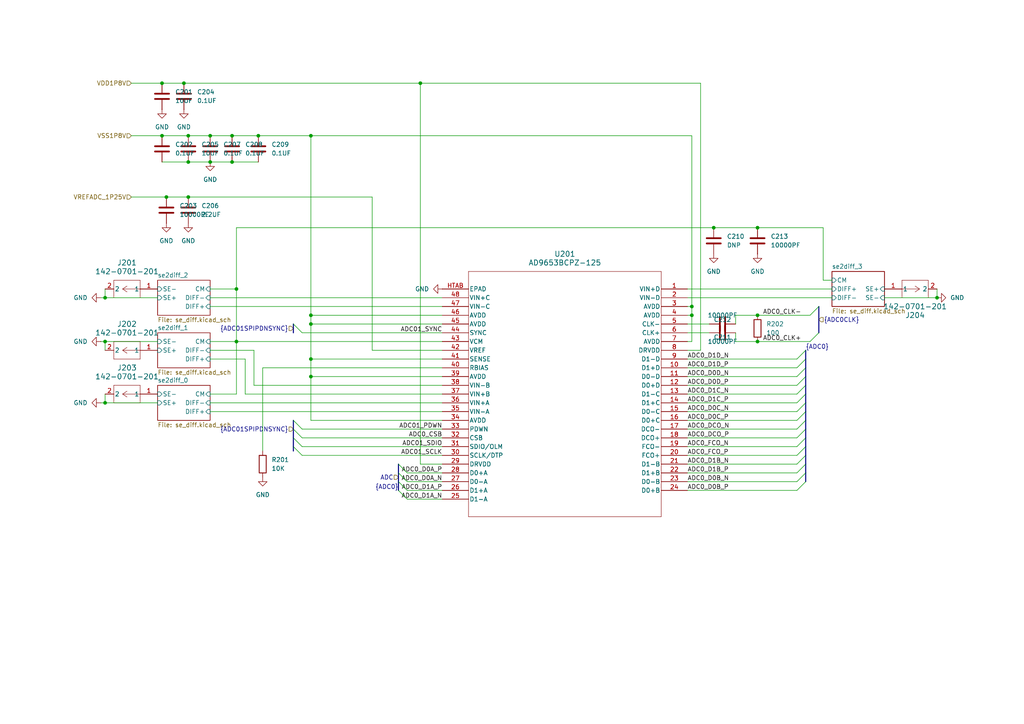
<source format=kicad_sch>
(kicad_sch (version 20231120) (generator "eeschema") (generator_version "8.0")
  (paper "A4")
  (lib_symbols
    (symbol "001_symbol:142-0701-201_GH" (pin_names (offset 0.254))
      (property "Reference" "J" (at 8.89 6.35 0))
      (property "Value" "142-0701-201" (at 0 0 0))
      (symbol "142-0701-201_GH_1_1"
        (polyline (pts (xy 5.08 -2.54) (xy 12.7 -2.54)) (stroke (width 0.127)))
        (polyline (pts (xy 5.08 2.54) (xy 5.08 -2.54)) (stroke (width 0.127)))
        (polyline (pts (xy 10.16 0) (xy 5.08 0)) (stroke (width 0.127)))
        (polyline (pts (xy 10.16 0) (xy 8.89 -0.8467)) (stroke (width 0.127)))
        (polyline (pts (xy 10.16 0) (xy 8.89 0.8467)) (stroke (width 0.127)))
        (polyline (pts (xy 12.7 -2.54) (xy 12.7 2.54)) (stroke (width 0.127)))
        (polyline (pts (xy 12.7 2.54) (xy 5.08 2.54)) (stroke (width 0.127)))
        (pin unspecified line (at 0 0 0) (length 5.08) (name "1") (number "1"))
        (pin input line (at 15.24 0 180) (length 2.54) (name "2") (number "2"))
        (pin input line (at 15.24 0 180) (length 2.54) hide (name "3") (number "3"))
        (pin input line (at 15.24 0 180) (length 2.54) hide (name "4") (number "4"))
        (pin input line (at 15.24 0 180) (length 2.54) hide (name "5") (number "5"))
      )
      (symbol "142-0701-201_GH_1_2"
        (polyline (pts (xy 5.08 -2.54) (xy 12.7 -2.54)) (stroke (width 0.127)))
        (polyline (pts (xy 5.08 2.54) (xy 5.08 -2.54)) (stroke (width 0.127)))
        (polyline (pts (xy 7.62 0) (xy 5.08 0)) (stroke (width 0.127)))
        (polyline (pts (xy 7.62 0) (xy 8.89 -0.8467)) (stroke (width 0.127)))
        (polyline (pts (xy 7.62 0) (xy 8.89 0.8467)) (stroke (width 0.127)))
        (polyline (pts (xy 12.7 -2.54) (xy 12.7 2.54)) (stroke (width 0.127)))
        (polyline (pts (xy 12.7 2.54) (xy 5.08 2.54)) (stroke (width 0.127)))
        (pin unspecified line (at 0 0 0) (length 5.08) (name "1") (number "1"))
      )
    )
    (symbol "001_symbol:AD9653BCPZ-125" (pin_names (offset 0.254))
      (property "Reference" "U" (at 35.56 10.16 0))
      (property "Value" "AD9653BCPZ-125" (at 35.56 7.62 0))
      (symbol "AD9653BCPZ-125_0_1"
        (polyline (pts (xy 7.62 -66.04) (xy 63.5 -66.04)) (stroke (width 0.127)))
        (polyline (pts (xy 7.62 5.08) (xy 7.62 -66.04)) (stroke (width 0.127)))
        (polyline (pts (xy 63.5 -66.04) (xy 63.5 5.08)) (stroke (width 0.127)))
        (polyline (pts (xy 63.5 5.08) (xy 7.62 5.08)) (stroke (width 0.127)))
        (pin input line (at 0 0 0) (length 7.62) (name "VIN+D") (number "1"))
        (pin output line (at 0 -22.86 0) (length 7.62) (name "D1+D") (number "10"))
        (pin output line (at 0 -25.4 0) (length 7.62) (name "D0-D") (number "11"))
        (pin output line (at 0 -27.94 0) (length 7.62) (name "D0+D") (number "12"))
        (pin output line (at 0 -30.48 0) (length 7.62) (name "D1-C") (number "13"))
        (pin output line (at 0 -33.02 0) (length 7.62) (name "D1+C") (number "14"))
        (pin output line (at 0 -35.56 0) (length 7.62) (name "D0-C") (number "15"))
        (pin output line (at 0 -38.1 0) (length 7.62) (name "D0+C") (number "16"))
        (pin output line (at 0 -40.64 0) (length 7.62) (name "DCO-") (number "17"))
        (pin output line (at 0 -43.18 0) (length 7.62) (name "DCO+") (number "18"))
        (pin output line (at 0 -45.72 0) (length 7.62) (name "FCO-") (number "19"))
        (pin input line (at 0 -2.54 0) (length 7.62) (name "VIN-D") (number "2"))
        (pin output line (at 0 -48.26 0) (length 7.62) (name "FCO+") (number "20"))
        (pin output line (at 0 -50.8 0) (length 7.62) (name "D1-B") (number "21"))
        (pin output line (at 0 -53.34 0) (length 7.62) (name "D1+B") (number "22"))
        (pin output line (at 0 -55.88 0) (length 7.62) (name "D0-B") (number "23"))
        (pin output line (at 0 -58.42 0) (length 7.62) (name "D0+B") (number "24"))
        (pin output line (at 71.12 -60.96 180) (length 7.62) (name "D1-A") (number "25"))
        (pin output line (at 71.12 -58.42 180) (length 7.62) (name "D1+A") (number "26"))
        (pin output line (at 71.12 -55.88 180) (length 7.62) (name "D0-A") (number "27"))
        (pin output line (at 71.12 -53.34 180) (length 7.62) (name "D0+A") (number "28"))
        (pin power_in line (at 71.12 -50.8 180) (length 7.62) (name "DRVDD") (number "29"))
        (pin power_in line (at 0 -5.08 0) (length 7.62) (name "AVDD") (number "3"))
        (pin bidirectional line (at 71.12 -48.26 180) (length 7.62) (name "SCLK/DTP") (number "30"))
        (pin bidirectional line (at 71.12 -45.72 180) (length 7.62) (name "SDIO/OLM") (number "31"))
        (pin unspecified line (at 71.12 -43.18 180) (length 7.62) (name "CSB") (number "32"))
        (pin input line (at 71.12 -40.64 180) (length 7.62) (name "PDWN") (number "33"))
        (pin power_in line (at 71.12 -38.1 180) (length 7.62) (name "AVDD") (number "34"))
        (pin input line (at 71.12 -35.56 180) (length 7.62) (name "VIN-A") (number "35"))
        (pin input line (at 71.12 -33.02 180) (length 7.62) (name "VIN+A") (number "36"))
        (pin input line (at 71.12 -30.48 180) (length 7.62) (name "VIN+B") (number "37"))
        (pin input line (at 71.12 -27.94 180) (length 7.62) (name "VIN-B") (number "38"))
        (pin power_in line (at 71.12 -25.4 180) (length 7.62) (name "AVDD") (number "39"))
        (pin power_in line (at 0 -7.62 0) (length 7.62) (name "AVDD") (number "4"))
        (pin unspecified line (at 71.12 -22.86 180) (length 7.62) (name "RBIAS") (number "40"))
        (pin unspecified line (at 71.12 -20.32 180) (length 7.62) (name "SENSE") (number "41"))
        (pin bidirectional line (at 71.12 -17.78 180) (length 7.62) (name "VREF") (number "42"))
        (pin input line (at 71.12 -15.24 180) (length 7.62) (name "VCM") (number "43"))
        (pin input line (at 71.12 -12.7 180) (length 7.62) (name "SYNC") (number "44"))
        (pin power_in line (at 71.12 -10.16 180) (length 7.62) (name "AVDD") (number "45"))
        (pin power_in line (at 71.12 -7.62 180) (length 7.62) (name "AVDD") (number "46"))
        (pin input line (at 71.12 -5.08 180) (length 7.62) (name "VIN-C") (number "47"))
        (pin input line (at 71.12 -2.54 180) (length 7.62) (name "VIN+C") (number "48"))
        (pin input line (at 0 -10.16 0) (length 7.62) (name "CLK-") (number "5"))
        (pin input line (at 0 -12.7 0) (length 7.62) (name "CLK+") (number "6"))
        (pin power_in line (at 0 -15.24 0) (length 7.62) (name "AVDD") (number "7"))
        (pin power_in line (at 0 -17.78 0) (length 7.62) (name "DRVDD") (number "8"))
        (pin output line (at 0 -20.32 0) (length 7.62) (name "D1-D") (number "9"))
        (pin unspecified line (at 71.12 0 180) (length 7.62) (name "EPAD") (number "HTAB"))
      )
    )
    (symbol "Device:C" (pin_numbers hide) (pin_names (offset 0.254))
      (property "Reference" "C" (at 0.635 2.54 0))
      (property "Value" "C" (at 0.635 -2.54 0))
      (symbol "C_0_1"
        (polyline (pts (xy -2.032 -0.762) (xy 2.032 -0.762)) (stroke (width 0.508)))
        (polyline (pts (xy -2.032 0.762) (xy 2.032 0.762)) (stroke (width 0.508)))
      )
      (symbol "C_1_1"
        (pin passive line (at 0 3.81 270) (length 2.794) (name "~") (number "1"))
        (pin passive line (at 0 -3.81 90) (length 2.794) (name "~") (number "2"))
      )
    )
    (symbol "Device:R" (pin_numbers hide) (pin_names (offset 0))
      (property "Reference" "R" (at 2.032 0 90))
      (property "Value" "R" (at 0 0 90))
      (symbol "R_0_1"
        (rectangle (start -1.016 -2.54) (end 1.016 2.54) (stroke (width 0.254)))
      )
      (symbol "R_1_1"
        (pin passive line (at 0 3.81 270) (length 1.27) (name "~") (number "1"))
        (pin passive line (at 0 -3.81 90) (length 1.27) (name "~") (number "2"))
      )
    )
    (symbol "power:GND" (power) (pin_numbers hide) (pin_names (offset 0) hide)
      (property "Value" "GND" (at 0 -3.81 0))
      (symbol "GND_0_1"
        (polyline (pts (xy 0 0) (xy 0 -1.27) (xy 1.27 -1.27) (xy 0 -2.54) (xy -1.27 -1.27) (xy 0 -1.27)))
      )
      (symbol "GND_1_1"
        (pin power_in line (at 0 0 270) (length 0) (name "~") (number "1"))
      )
    )
  )
  (junction (at 60.96 39.37))
  (junction (at 90.17 93.98))
  (junction (at 54.61 57.15))
  (junction (at 200.66 91.44))
  (junction (at 60.96 46.99))
  (junction (at 90.17 91.44))
  (junction (at 219.71 66.04))
  (junction (at 207.01 66.04))
  (junction (at 67.31 39.37))
  (junction (at 219.71 91.44))
  (junction (at 74.93 39.37))
  (junction (at 121.92 24.13))
  (junction (at 54.61 46.99))
  (junction (at 68.58 83.82))
  (junction (at 68.58 99.06))
  (junction (at 30.48 116.84))
  (junction (at 90.17 104.14))
  (junction (at 54.61 39.37))
  (junction (at 48.26 57.15))
  (junction (at 46.99 24.13))
  (junction (at 30.48 86.36))
  (junction (at 200.66 88.9))
  (junction (at 219.71 99.06))
  (junction (at 271.78 86.36))
  (junction (at 67.31 46.99))
  (junction (at 46.99 39.37))
  (junction (at 30.48 99.06))
  (junction (at 90.17 39.37))
  (junction (at 53.34 24.13))
  (junction (at 90.17 109.22))
  (bus_entry (at 115.57 139.7) (size 2.54 2.54))
  (bus_entry (at 237.49 96.52) (size -2.54 2.54))
  (bus_entry (at 85.09 124.46) (size 2.54 2.54))
  (bus_entry (at 233.68 137.16) (size -2.54 2.54))
  (bus_entry (at 237.49 88.9) (size -2.54 2.54))
  (bus_entry (at 233.68 132.08) (size -2.54 2.54))
  (bus_entry (at 85.09 127) (size 2.54 2.54))
  (bus_entry (at 233.68 116.84) (size -2.54 2.54))
  (bus_entry (at 85.09 121.92) (size 2.54 2.54))
  (bus_entry (at 233.68 127) (size -2.54 2.54))
  (bus_entry (at 233.68 111.76) (size -2.54 2.54))
  (bus_entry (at 233.68 106.68) (size -2.54 2.54))
  (bus_entry (at 233.68 101.6) (size -2.54 2.54))
  (bus_entry (at 233.68 104.14) (size -2.54 2.54))
  (bus_entry (at 233.68 129.54) (size -2.54 2.54))
  (bus_entry (at 233.68 119.38) (size -2.54 2.54))
  (bus_entry (at 233.68 109.22) (size -2.54 2.54))
  (bus_entry (at 233.68 134.62) (size -2.54 2.54))
  (bus_entry (at 85.09 129.54) (size 2.54 2.54))
  (bus_entry (at 233.68 139.7) (size -2.54 2.54))
  (bus_entry (at 115.57 137.16) (size 2.54 2.54))
  (bus_entry (at 233.68 124.46) (size -2.54 2.54))
  (bus_entry (at 233.68 121.92) (size -2.54 2.54))
  (bus_entry (at 115.57 134.62) (size 2.54 2.54))
  (bus_entry (at 85.09 93.98) (size 2.54 2.54))
  (bus_entry (at 233.68 114.3) (size -2.54 2.54))
  (bus_entry (at 115.57 142.24) (size 2.54 2.54))
  (bus (pts (xy 115.57 139.7) (xy 115.57 142.24)))
  (bus (pts (xy 233.68 114.3) (xy 233.68 116.84)))
  (wire (pts (xy 30.48 116.84) (xy 45.72 116.84)))
  (wire (pts (xy 199.39 93.98) (xy 205.74 93.98)))
  (wire (pts (xy 38.1 57.15) (xy 48.26 57.15)))
  (bus (pts (xy 233.68 116.84) (xy 233.68 119.38)))
  (wire (pts (xy 200.66 91.44) (xy 200.66 88.9)))
  (bus (pts (xy 233.68 134.62) (xy 233.68 137.16)))
  (wire (pts (xy 60.96 86.36) (xy 128.27 86.36)))
  (wire (pts (xy 30.48 114.3) (xy 30.48 116.84)))
  (wire (pts (xy 199.39 104.14) (xy 231.14 104.14)))
  (bus (pts (xy 233.68 124.46) (xy 233.68 127)))
  (wire (pts (xy 199.39 91.44) (xy 200.66 91.44)))
  (wire (pts (xy 199.39 139.7) (xy 231.14 139.7)))
  (wire (pts (xy 68.58 99.06) (xy 68.58 114.3)))
  (bus (pts (xy 233.68 137.16) (xy 233.68 139.7)))
  (wire (pts (xy 199.39 111.76) (xy 231.14 111.76)))
  (wire (pts (xy 60.96 99.06) (xy 68.58 99.06)))
  (wire (pts (xy 90.17 121.92) (xy 128.27 121.92)))
  (wire (pts (xy 87.63 96.52) (xy 128.27 96.52)))
  (wire (pts (xy 199.39 106.68) (xy 231.14 106.68)))
  (wire (pts (xy 213.36 93.98) (xy 213.36 91.44)))
  (wire (pts (xy 46.99 39.37) (xy 54.61 39.37)))
  (wire (pts (xy 203.2 101.6) (xy 203.2 24.13)))
  (wire (pts (xy 213.36 91.44) (xy 219.71 91.44)))
  (wire (pts (xy 68.58 99.06) (xy 128.27 99.06)))
  (wire (pts (xy 60.96 39.37) (xy 67.31 39.37)))
  (wire (pts (xy 200.66 99.06) (xy 200.66 91.44)))
  (wire (pts (xy 107.95 57.15) (xy 107.95 101.6)))
  (wire (pts (xy 90.17 91.44) (xy 128.27 91.44)))
  (wire (pts (xy 121.92 24.13) (xy 121.92 134.62)))
  (wire (pts (xy 199.39 83.82) (xy 241.3 83.82)))
  (wire (pts (xy 199.39 121.92) (xy 231.14 121.92)))
  (wire (pts (xy 54.61 39.37) (xy 60.96 39.37)))
  (wire (pts (xy 219.71 91.44) (xy 234.95 91.44)))
  (wire (pts (xy 54.61 46.99) (xy 60.96 46.99)))
  (wire (pts (xy 29.21 99.06) (xy 30.48 99.06)))
  (wire (pts (xy 199.39 127) (xy 231.14 127)))
  (bus (pts (xy 85.09 121.92) (xy 85.09 124.46)))
  (wire (pts (xy 90.17 39.37) (xy 90.17 91.44)))
  (bus (pts (xy 233.68 101.6) (xy 233.68 104.14)))
  (wire (pts (xy 30.48 86.36) (xy 45.72 86.36)))
  (wire (pts (xy 73.66 111.76) (xy 128.27 111.76)))
  (wire (pts (xy 90.17 104.14) (xy 128.27 104.14)))
  (wire (pts (xy 118.11 137.16) (xy 128.27 137.16)))
  (bus (pts (xy 233.68 132.08) (xy 233.68 134.62)))
  (wire (pts (xy 121.92 24.13) (xy 203.2 24.13)))
  (wire (pts (xy 199.39 88.9) (xy 200.66 88.9)))
  (wire (pts (xy 46.99 46.99) (xy 54.61 46.99)))
  (wire (pts (xy 207.01 66.04) (xy 219.71 66.04)))
  (wire (pts (xy 71.12 104.14) (xy 71.12 114.3)))
  (wire (pts (xy 68.58 66.04) (xy 207.01 66.04)))
  (wire (pts (xy 60.96 83.82) (xy 68.58 83.82)))
  (wire (pts (xy 71.12 114.3) (xy 128.27 114.3)))
  (wire (pts (xy 118.11 139.7) (xy 128.27 139.7)))
  (wire (pts (xy 90.17 91.44) (xy 90.17 93.98)))
  (wire (pts (xy 238.76 66.04) (xy 219.71 66.04)))
  (bus (pts (xy 233.68 121.92) (xy 233.68 124.46)))
  (bus (pts (xy 85.09 93.98) (xy 85.09 96.52)))
  (wire (pts (xy 199.39 137.16) (xy 231.14 137.16)))
  (wire (pts (xy 90.17 104.14) (xy 90.17 109.22)))
  (wire (pts (xy 238.76 81.28) (xy 241.3 81.28)))
  (wire (pts (xy 90.17 109.22) (xy 90.17 121.92)))
  (bus (pts (xy 233.68 109.22) (xy 233.68 111.76)))
  (wire (pts (xy 30.48 99.06) (xy 45.72 99.06)))
  (bus (pts (xy 85.09 127) (xy 85.09 129.54)))
  (wire (pts (xy 68.58 83.82) (xy 68.58 99.06)))
  (wire (pts (xy 199.39 114.3) (xy 231.14 114.3)))
  (wire (pts (xy 199.39 96.52) (xy 205.74 96.52)))
  (wire (pts (xy 29.21 86.36) (xy 30.48 86.36)))
  (wire (pts (xy 46.99 24.13) (xy 53.34 24.13)))
  (wire (pts (xy 199.39 86.36) (xy 241.3 86.36)))
  (wire (pts (xy 199.39 101.6) (xy 203.2 101.6)))
  (wire (pts (xy 87.63 127) (xy 128.27 127)))
  (wire (pts (xy 68.58 66.04) (xy 68.58 83.82)))
  (wire (pts (xy 199.39 116.84) (xy 231.14 116.84)))
  (wire (pts (xy 60.96 104.14) (xy 71.12 104.14)))
  (bus (pts (xy 233.68 119.38) (xy 233.68 121.92)))
  (wire (pts (xy 256.54 86.36) (xy 271.78 86.36)))
  (wire (pts (xy 30.48 99.06) (xy 30.48 101.6)))
  (wire (pts (xy 271.78 83.82) (xy 271.78 86.36)))
  (bus (pts (xy 233.68 129.54) (xy 233.68 132.08)))
  (wire (pts (xy 60.96 88.9) (xy 128.27 88.9)))
  (wire (pts (xy 67.31 39.37) (xy 74.93 39.37)))
  (bus (pts (xy 237.49 88.9) (xy 237.49 96.52)))
  (bus (pts (xy 233.68 104.14) (xy 233.68 106.68)))
  (wire (pts (xy 53.34 24.13) (xy 121.92 24.13)))
  (wire (pts (xy 199.39 99.06) (xy 200.66 99.06)))
  (wire (pts (xy 60.96 116.84) (xy 128.27 116.84)))
  (bus (pts (xy 115.57 134.62) (xy 115.57 137.16)))
  (bus (pts (xy 115.57 137.16) (xy 115.57 139.7)))
  (wire (pts (xy 200.66 39.37) (xy 90.17 39.37)))
  (wire (pts (xy 199.39 109.22) (xy 231.14 109.22)))
  (wire (pts (xy 238.76 66.04) (xy 238.76 81.28)))
  (wire (pts (xy 87.63 124.46) (xy 128.27 124.46)))
  (wire (pts (xy 76.2 106.68) (xy 76.2 130.81)))
  (wire (pts (xy 219.71 99.06) (xy 234.95 99.06)))
  (wire (pts (xy 60.96 114.3) (xy 68.58 114.3)))
  (wire (pts (xy 60.96 46.99) (xy 67.31 46.99)))
  (wire (pts (xy 87.63 129.54) (xy 128.27 129.54)))
  (wire (pts (xy 199.39 142.24) (xy 231.14 142.24)))
  (wire (pts (xy 90.17 93.98) (xy 128.27 93.98)))
  (wire (pts (xy 74.93 39.37) (xy 90.17 39.37)))
  (wire (pts (xy 67.31 46.99) (xy 74.93 46.99)))
  (wire (pts (xy 90.17 93.98) (xy 90.17 104.14)))
  (bus (pts (xy 233.68 127) (xy 233.68 129.54)))
  (wire (pts (xy 60.96 119.38) (xy 128.27 119.38)))
  (wire (pts (xy 60.96 101.6) (xy 73.66 101.6)))
  (wire (pts (xy 199.39 124.46) (xy 231.14 124.46)))
  (wire (pts (xy 107.95 101.6) (xy 128.27 101.6)))
  (wire (pts (xy 90.17 109.22) (xy 128.27 109.22)))
  (wire (pts (xy 199.39 129.54) (xy 231.14 129.54)))
  (wire (pts (xy 213.36 96.52) (xy 213.36 99.06)))
  (wire (pts (xy 118.11 142.24) (xy 128.27 142.24)))
  (wire (pts (xy 38.1 39.37) (xy 46.99 39.37)))
  (wire (pts (xy 200.66 88.9) (xy 200.66 39.37)))
  (wire (pts (xy 121.92 134.62) (xy 128.27 134.62)))
  (wire (pts (xy 199.39 119.38) (xy 231.14 119.38)))
  (wire (pts (xy 199.39 134.62) (xy 231.14 134.62)))
  (bus (pts (xy 85.09 129.54) (xy 85.09 130.81)))
  (bus (pts (xy 233.68 106.68) (xy 233.68 109.22)))
  (wire (pts (xy 48.26 57.15) (xy 54.61 57.15)))
  (wire (pts (xy 30.48 83.82) (xy 30.48 86.36)))
  (wire (pts (xy 118.11 144.78) (xy 128.27 144.78)))
  (wire (pts (xy 54.61 57.15) (xy 107.95 57.15)))
  (wire (pts (xy 199.39 132.08) (xy 231.14 132.08)))
  (bus (pts (xy 85.09 124.46) (xy 85.09 127)))
  (wire (pts (xy 73.66 101.6) (xy 73.66 111.76)))
  (wire (pts (xy 128.27 106.68) (xy 76.2 106.68)))
  (wire (pts (xy 213.36 99.06) (xy 219.71 99.06)))
  (wire (pts (xy 87.63 132.08) (xy 128.27 132.08)))
  (wire (pts (xy 29.21 116.84) (xy 30.48 116.84)))
  (wire (pts (xy 38.1 24.13) (xy 46.99 24.13)))
  (bus (pts (xy 233.68 111.76) (xy 233.68 114.3)))
  (label "ADC0_D1D_N" (at 199.39 104.14 0))
  (label "ADC0_CSB" (at 128.27 127 180))
  (label "ADC0_CLK+" (at 232.41 99.06 180))
  (label "ADC0_FCO_N" (at 199.39 129.54 0))
  (label "ADC0_D0B_P" (at 199.39 142.24 0))
  (label "ADC0_DCO_P" (at 199.39 127 0))
  (label "ADC0_D1B_N" (at 199.39 134.62 0))
  (label "ADC0_D0C_P" (at 199.39 121.92 0))
  (label "ADC01_SDIO" (at 128.27 129.54 180))
  (label "ADC0_D1D_P" (at 199.39 106.68 0))
  (label "{ADC0}" (at 115.57 142.24 180))
  (label "ADC0_D0C_N" (at 199.39 119.38 0))
  (label "{ADC0}" (at 233.68 101.6 0))
  (label "ADC0_D1C_P" (at 199.39 116.84 0))
  (label "ADC01_PDWN" (at 128.27 124.46 180))
  (label "ADC0_D0B_N" (at 199.39 139.7 0))
  (label "ADC0_CLK-" (at 232.41 91.44 180))
  (label "ADC0_D0A_N" (at 128.27 139.7 180))
  (label "ADC0_FCO_P" (at 199.39 132.08 0))
  (label "ADC01_SYNC" (at 128.27 96.52 180))
  (label "ADC0_D1C_N" (at 199.39 114.3 0))
  (label "ADC0_D0D_P" (at 199.39 111.76 0))
  (label "ADC01_SCLK" (at 128.27 132.08 180))
  (label "ADC0_DCO_N" (at 199.39 124.46 0))
  (label "ADC0_D1A_N" (at 128.27 144.78 180))
  (label "ADC0_D1A_P" (at 128.27 142.24 180))
  (label "ADC0_D0D_N" (at 199.39 109.22 0))
  (label "ADC0_D1B_P" (at 199.39 137.16 0))
  (label "ADC0_D0A_P" (at 128.27 137.16 180))
  (hierarchical_label "VSS1P8V" (shape input) (at 38.1 39.37 180))
  (hierarchical_label "{ADC01SPIPDNSYNC}" (shape input) (at 85.09 95.25 180))
  (hierarchical_label "{ADC0CLK}" (shape input) (at 237.49 92.71 0))
  (hierarchical_label "VREFADC_1P25V" (shape input) (at 38.1 57.15 180))
  (hierarchical_label "{ADC01SPIPDNSYNC}" (shape input) (at 85.09 124.46 180))
  (hierarchical_label "VDD1P8V" (shape input) (at 38.1 24.13 180))
  (hierarchical_label "ADC" (shape input) (at 115.57 138.43 180))
  (symbol (lib_id "power:GND") (at 46.99 31.75 0) (unit 1)
    (property "Reference" "#PWR0204" (effects (hide yes)))
    (property "Value" "GND" (at 46.99 36.83 0))
    (property "Description" "Power symbol creates a global label with name \"GND\" , ground" (effects (hide yes)))
  )
  (symbol (lib_id "power:GND") (at 48.26 64.77 0) (unit 1)
    (property "Reference" "#PWR0205" (effects (hide yes)))
    (property "Value" "GND" (at 48.26 69.85 0))
    (property "Description" "Power symbol creates a global label with name \"GND\" , ground" (effects (hide yes)))
  )
  (symbol (lib_id "power:GND") (at 128.27 83.82 270) (unit 1)
    (property "Reference" "#PWR0210" (effects (hide yes)))
    (property "Value" "GND" (at 124.46 83.8199 90) (effects (justify right)))
    (property "Description" "Power symbol creates a global label with name \"GND\" , ground" (effects (hide yes)))
  )
  (symbol (lib_id "power:GND") (at 60.96 46.99 0) (unit 1)
    (property "Reference" "#PWR0208" (effects (hide yes)))
    (property "Value" "GND" (at 60.96 52.07 0))
    (property "Description" "Power symbol creates a global label with name \"GND\" , ground" (effects (hide yes)))
  )
  (symbol (lib_id "Device:C") (at 209.55 93.98 270) (unit 1)
    (property "Reference" "C211" (at 209.55 97.79 90))
    (property "Value" "10000PF" (at 209.55 99.06 90))
    (property "Footprint" "Capacitor_SMD:C_0603_1608Metric" (effects (hide yes)))
    (property "Description" "Unpolarized capacitor" (effects (hide yes)))
    (property "Vendor" "digikey:445-2664-1-ND" (effects (hide yes)))
  )
  (symbol (lib_id "001_symbol:142-0701-201_GH") (at 256.54 83.82 0) (unit 1)
    (property "Reference" "J204" (at 265.43 91.44 0) (effects (font (size 1.524 1.524))))
    (property "Value" "142-0701-201" (at 265.43 88.9 0) (effects (font (size 1.524 1.524))))
    (property "Footprint" "CONN_142-0701-201_CIN" (effects (hide yes)))
    (property "Datasheet" "142-0701-201" (effects (hide yes)))
    (property "Vendor" "digikey:J500-ND" (effects (hide yes)))
  )
  (symbol (lib_id "power:GND") (at 29.21 99.06 270) (mirror x) (unit 1)
    (property "Reference" "#PWR0202" (effects (hide yes)))
    (property "Value" "GND" (at 25.4 99.0601 90) (effects (justify right)))
    (property "Description" "Power symbol creates a global label with name \"GND\" , ground" (effects (hide yes)))
  )
  (symbol (lib_id "power:GND") (at 76.2 138.43 0) (unit 1)
    (property "Reference" "#PWR0209" (effects (hide yes)))
    (property "Value" "GND" (at 76.2 143.51 0))
    (property "Description" "Power symbol creates a global label with name \"GND\" , ground" (effects (hide yes)))
  )
  (symbol (lib_id "Device:C") (at 219.71 69.85 0) (unit 1)
    (property "Reference" "C213" (at 223.52 68.5799 0) (effects (justify left)))
    (property "Value" "10000PF" (at 223.52 71.1199 0) (effects (justify left)))
    (property "Footprint" "Capacitor_SMD:C_0603_1608Metric" (effects (hide yes)))
    (property "Description" "Unpolarized capacitor" (effects (hide yes)))
    (property "Vendor" "digikey:445-2664-1-ND" (effects (hide yes)))
  )
  (symbol (lib_id "Device:R") (at 76.2 134.62 0) (unit 1)
    (property "Reference" "R201" (at 78.74 133.3499 0) (effects (justify left)))
    (property "Value" "10K" (at 78.74 135.8899 0) (effects (justify left)))
    (property "Footprint" "Resistor_SMD:R_0603_1608Metric" (effects (hide yes)))
    (property "Description" "Resistor" (effects (hide yes)))
    (property "Vendor" "digikey:MCT0603-10K-MDCT-ND" (effects (hide yes)))
  )
  (symbol (lib_id "power:GND") (at 271.78 86.36 90) (mirror x) (unit 1)
    (property "Reference" "#PWR0213" (effects (hide yes)))
    (property "Value" "GND" (at 275.59 86.3601 90) (effects (justify right)))
    (property "Description" "Power symbol creates a global label with name \"GND\" , ground" (effects (hide yes)))
  )
  (symbol (lib_id "Device:C") (at 54.61 43.18 0) (unit 1)
    (property "Reference" "C205" (at 58.42 41.9099 0) (effects (justify left)))
    (property "Value" "10UF" (at 58.42 44.4499 0) (effects (justify left)))
    (property "Footprint" "Capacitor_SMD:C_0603_1608Metric" (effects (hide yes)))
    (property "Description" "Unpolarized capacitor" (effects (hide yes)))
    (property "Vendor" "digikey:445-6853-1-ND" (effects (hide yes)))
  )
  (symbol (lib_id "power:GND") (at 219.71 73.66 0) (unit 1)
    (property "Reference" "#PWR0212" (effects (hide yes)))
    (property "Value" "GND" (at 219.71 78.74 0))
    (property "Description" "Power symbol creates a global label with name \"GND\" , ground" (effects (hide yes)))
  )
  (symbol (lib_id "Device:C") (at 54.61 60.96 0) (unit 1)
    (property "Reference" "C206" (at 58.42 59.6899 0) (effects (justify left)))
    (property "Value" "2.2UF" (at 58.42 62.2299 0) (effects (justify left)))
    (property "Footprint" "Capacitor_SMD:C_0603_1608Metric" (effects (hide yes)))
    (property "Description" "Tant_poly" (effects (hide yes)))
    (property "Vendor" "digikey:478-8725-1-ND" (effects (hide yes)))
  )
  (symbol (lib_id "001_symbol:142-0701-201_GH") (at 45.72 114.3 0) (mirror y) (unit 1)
    (property "Reference" "J203" (at 36.83 106.68 0) (effects (font (size 1.524 1.524))))
    (property "Value" "142-0701-201" (at 36.83 109.22 0) (effects (font (size 1.524 1.524))))
    (property "Footprint" "CONN_142-0701-201_CIN" (effects (hide yes)))
    (property "Datasheet" "142-0701-201" (effects (hide yes)))
    (property "Vendor" "digikey:J500-ND" (effects (hide yes)))
  )
  (symbol (lib_id "Device:C") (at 60.96 43.18 0) (unit 1)
    (property "Reference" "C207" (at 64.77 41.9099 0) (effects (justify left)))
    (property "Value" "0.1UF" (at 64.77 44.4499 0) (effects (justify left)))
    (property "Footprint" "Capacitor_SMD:C_0402_1005Metric" (effects (hide yes)))
    (property "Description" "Unpolarized capacitor" (effects (hide yes)))
    (property "Vendor" "digikey:490-1318-1-ND" (effects (hide yes)))
  )
  (symbol (lib_id "Device:C") (at 74.93 43.18 0) (unit 1)
    (property "Reference" "C209" (at 78.74 41.9099 0) (effects (justify left)))
    (property "Value" "0.1UF" (at 78.74 44.4499 0) (effects (justify left)))
    (property "Footprint" "Capacitor_SMD:C_0402_1005Metric" (effects (hide yes)))
    (property "Description" "Unpolarized capacitor" (effects (hide yes)))
    (property "Vendor" "digikey:490-1318-1-ND" (effects (hide yes)))
  )
  (symbol (lib_id "power:GND") (at 207.01 73.66 0) (unit 1)
    (property "Reference" "#PWR0211" (effects (hide yes)))
    (property "Value" "GND" (at 207.01 78.74 0))
    (property "Description" "Power symbol creates a global label with name \"GND\" , ground" (effects (hide yes)))
  )
  (symbol (lib_id "001_symbol:142-0701-201_GH") (at 45.72 101.6 0) (mirror y) (unit 1)
    (property "Reference" "J202" (at 36.83 93.98 0) (effects (font (size 1.524 1.524))))
    (property "Value" "142-0701-201" (at 36.83 96.52 0) (effects (font (size 1.524 1.524))))
    (property "Footprint" "CONN_142-0701-201_CIN" (effects (hide yes)))
    (property "Datasheet" "142-0701-201" (effects (hide yes)))
    (property "Vendor" "digikey:J500-ND" (effects (hide yes)))
  )
  (symbol (lib_id "Device:C") (at 48.26 60.96 0) (unit 1)
    (property "Reference" "C203" (at 52.07 59.6899 0) (effects (justify left)))
    (property "Value" "10000PF" (at 52.07 62.2299 0) (effects (justify left)))
    (property "Footprint" "Capacitor_SMD:C_0603_1608Metric" (effects (hide yes)))
    (property "Description" "Unpolarized capacitor" (effects (hide yes)))
    (property "Vendor" "digikey:445-2664-1-ND" (effects (hide yes)))
  )
  (symbol (lib_id "001_symbol:142-0701-201_GH") (at 45.72 83.82 0) (mirror y) (unit 1)
    (property "Reference" "J201" (at 36.83 76.2 0) (effects (font (size 1.524 1.524))))
    (property "Value" "142-0701-201" (at 36.83 78.74 0) (effects (font (size 1.524 1.524))))
    (property "Footprint" "CONN_142-0701-201_CIN" (effects (hide yes)))
    (property "Datasheet" "142-0701-201" (effects (hide yes)))
    (property "Vendor" "digikey:J500-ND" (effects (hide yes)))
  )
  (symbol (lib_id "Device:C") (at 46.99 27.94 0) (unit 1)
    (property "Reference" "C201" (at 50.8 26.6699 0) (effects (justify left)))
    (property "Value" "10UF" (at 50.8 29.2099 0) (effects (justify left)))
    (property "Footprint" "Capacitor_SMD:C_0603_1608Metric" (effects (hide yes)))
    (property "Description" "Unpolarized capacitor" (effects (hide yes)))
    (property "Vendor" "digikey:445-6853-1-ND" (effects (hide yes)))
  )
  (symbol (lib_id "Device:C") (at 207.01 69.85 0) (unit 1)
    (property "Reference" "C210" (at 210.82 68.5799 0) (effects (justify left)))
    (property "Value" "DNP" (at 210.82 71.1199 0) (effects (justify left)))
    (property "Footprint" "Capacitor_SMD:C_0603_1608Metric" (effects (hide yes)))
    (property "Description" "Unpolarized capacitor" (effects (hide yes)))
  )
  (symbol (lib_id "power:GND") (at 29.21 116.84 270) (mirror x) (unit 1)
    (property "Reference" "#PWR0203" (effects (hide yes)))
    (property "Value" "GND" (at 25.4 116.8401 90) (effects (justify right)))
    (property "Description" "Power symbol creates a global label with name \"GND\" , ground" (effects (hide yes)))
  )
  (symbol (lib_id "Device:C") (at 67.31 43.18 0) (unit 1)
    (property "Reference" "C208" (at 71.12 41.9099 0) (effects (justify left)))
    (property "Value" "0.1UF" (at 71.12 44.4499 0) (effects (justify left)))
    (property "Footprint" "Capacitor_SMD:C_0402_1005Metric" (effects (hide yes)))
    (property "Description" "Unpolarized capacitor" (effects (hide yes)))
    (property "Vendor" "digikey:490-1318-1-ND" (effects (hide yes)))
  )
  (symbol (lib_id "power:GND") (at 29.21 86.36 270) (mirror x) (unit 1)
    (property "Reference" "#PWR0201" (effects (hide yes)))
    (property "Value" "GND" (at 25.4 86.3601 90) (effects (justify right)))
    (property "Description" "Power symbol creates a global label with name \"GND\" , ground" (effects (hide yes)))
  )
  (symbol (lib_id "Device:C") (at 53.34 27.94 0) (unit 1)
    (property "Reference" "C204" (at 57.15 26.6699 0) (effects (justify left)))
    (property "Value" "0.1UF" (at 57.15 29.2099 0) (effects (justify left)))
    (property "Footprint" "Capacitor_SMD:C_0402_1005Metric" (effects (hide yes)))
    (property "Description" "Unpolarized capacitor" (effects (hide yes)))
    (property "Vendor" "digikey:490-1318-1-ND" (effects (hide yes)))
  )
  (symbol (lib_id "power:GND") (at 53.34 31.75 0) (unit 1)
    (property "Reference" "#PWR0206" (effects (hide yes)))
    (property "Value" "GND" (at 53.34 36.83 0))
    (property "Description" "Power symbol creates a global label with name \"GND\" , ground" (effects (hide yes)))
  )
  (symbol (lib_id "Device:C") (at 46.99 43.18 0) (unit 1)
    (property "Reference" "C202" (at 50.8 41.9099 0) (effects (justify left)))
    (property "Value" "0.1UF" (at 50.8 44.4499 0) (effects (justify left)))
    (property "Footprint" "Capacitor_SMD:C_0402_1005Metric" (effects (hide yes)))
    (property "Description" "Unpolarized capacitor" (effects (hide yes)))
    (property "Vendor" "digikey:490-1318-1-ND" (effects (hide yes)))
  )
  (symbol (lib_id "001_symbol:AD9653BCPZ-125") (at 199.39 83.82 0) (mirror y) (unit 1)
    (property "Reference" "U201" (at 163.83 73.66 0) (effects (font (size 1.524 1.524))))
    (property "Value" "AD9653BCPZ-125" (at 163.83 76.2 0) (effects (font (size 1.524 1.524))))
    (property "Footprint" "001_download:CP_48_13_ADI" (effects (hide yes)))
    (property "Datasheet" "AD9653BCPZ-125" (effects (hide yes)))
    (property "Vendor" "digikey:AD9653BCPZ-125-ND" (effects (hide yes)))
  )
  (symbol (lib_id "Device:C") (at 209.55 96.52 270) (mirror x) (unit 1)
    (property "Reference" "C212" (at 209.55 92.71 90))
    (property "Value" "10000PF" (at 209.55 91.44 90))
    (property "Footprint" "Capacitor_SMD:C_0603_1608Metric" (effects (hide yes)))
    (property "Description" "Unpolarized capacitor" (effects (hide yes)))
    (property "Vendor" "digikey:445-2664-1-ND" (effects (hide yes)))
  )
  (symbol (lib_id "power:GND") (at 54.61 64.77 0) (unit 1)
    (property "Reference" "#PWR0207" (effects (hide yes)))
    (property "Value" "GND" (at 54.61 69.85 0))
    (property "Description" "Power symbol creates a global label with name \"GND\" , ground" (effects (hide yes)))
  )
  (symbol (lib_id "Device:R") (at 219.71 95.25 0) (unit 1)
    (property "Reference" "R202" (at 222.25 93.9799 0) (effects (justify left)))
    (property "Value" "100" (at 222.25 96.5199 0) (effects (justify left)))
    (property "Footprint" "Resistor_SMD:R_0603_1608Metric" (effects (hide yes)))
    (property "Description" "Resistor" (effects (hide yes)))
    (property "Vendor" "digikey:311-100HRCT-ND" (effects (hide yes)))
  )
  (sheet (at 45.72 111.76) (size 15.24 10.16) (stroke (width 0.1524))
    (property "Sheetname" "se2diff_0" (at 45.72 111.0484 0) (effects (justify left bottom)))
    (property "Sheetfile" "se_diff.kicad_sch" (at 45.72 122.5046 0) (effects (justify left top)))
    (pin "DIFF-" input (at 60.96 116.84 0))
    (pin "CM" input (at 60.96 114.3 0))
    (pin "DIFF+" input (at 60.96 119.38 0))
    (pin "SE-" input (at 45.72 114.3 180))
    (pin "SE+" input (at 45.72 116.84 180))
  )
  (sheet (at 45.72 96.52) (size 15.24 10.16) (stroke (width 0.1524))
    (property "Sheetname" "se2diff_1" (at 45.72 95.8084 0) (effects (justify left bottom)))
    (property "Sheetfile" "se_diff.kicad_sch" (at 45.72 107.2646 0) (effects (justify left top)))
    (pin "DIFF-" input (at 60.96 101.6 0))
    (pin "CM" input (at 60.96 99.06 0))
    (pin "DIFF+" input (at 60.96 104.14 0))
    (pin "SE-" input (at 45.72 99.06 180))
    (pin "SE+" input (at 45.72 101.6 180))
  )
  (sheet (at 45.72 81.28) (size 15.24 10.16) (stroke (width 0.1524))
    (property "Sheetname" "se2diff_2" (at 45.72 80.5684 0) (effects (justify left bottom)))
    (property "Sheetfile" "se_diff.kicad_sch" (at 45.72 92.0246 0) (effects (justify left top)))
    (pin "DIFF-" input (at 60.96 86.36 0))
    (pin "CM" input (at 60.96 83.82 0))
    (pin "DIFF+" input (at 60.96 88.9 0))
    (pin "SE-" input (at 45.72 83.82 180))
    (pin "SE+" input (at 45.72 86.36 180))
  )
  (sheet (at 241.3 78.74) (size 15.24 10.16) (stroke (width 0.1524))
    (property "Sheetname" "se2diff_3" (at 241.3 78.0284 0) (effects (justify left bottom)))
    (property "Sheetfile" "se_diff.kicad_sch" (at 241.3 89.4846 0) (effects (justify left top)))
    (pin "DIFF-" input (at 241.3 86.36 180))
    (pin "CM" input (at 241.3 81.28 180))
    (pin "DIFF+" input (at 241.3 83.82 180))
    (pin "SE-" input (at 256.54 86.36 0))
    (pin "SE+" input (at 256.54 83.82 0))
  )
)
</source>
